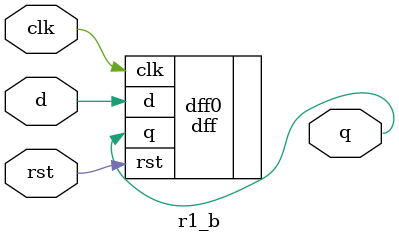
<source format=v>
/* $Author: Garret Huibregtse # */
/* $LastChangedDate: 2019-03-01 18:01 (Fri, 15 March 2019) $ */
/* $Rev: 01 $ */
module r1_b(q, d, clk, rst);
    
    input d;
    input clk, rst;
    output q;
    
    dff dff0 (.q(q),  .d(d),  .clk(clk), .rst(rst));
    

endmodule

</source>
